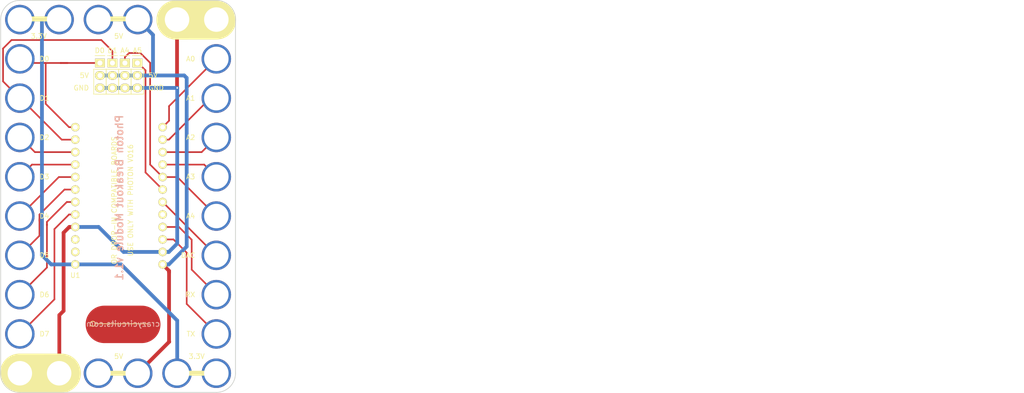
<source format=kicad_pcb>
(kicad_pcb (version 4) (host pcbnew 4.0.7-e2-6376~58~ubuntu16.04.1)

  (general
    (links 41)
    (no_connects 0)
    (area 54.705863 27.605999 263.164559 108.929)
    (thickness 1.6)
    (drawings 20)
    (tracks 132)
    (zones 0)
    (modules 6)
    (nets 21)
  )

  (page USLetter)
  (title_block
    (title "6x10 Photon Breakout Module")
    (date "15 Jul 2018")
    (rev "v1.1")
    (company "All rights reserved.")
    (comment 1 "help@browndoggadgets.com")
    (comment 2 "http://browndoggadgets.com/")
    (comment 3 "Brown Dog Gadgets")
  )

  (layers
    (0 F.Cu signal)
    (31 B.Cu signal)
    (34 B.Paste user)
    (35 F.Paste user)
    (36 B.SilkS user)
    (37 F.SilkS user)
    (38 B.Mask user)
    (39 F.Mask user)
    (40 Dwgs.User user)
    (44 Edge.Cuts user)
    (46 B.CrtYd user)
    (47 F.CrtYd user)
    (48 B.Fab user hide)
    (49 F.Fab user hide)
  )

  (setup
    (last_trace_width 0.3302)
    (user_trace_width 0.1524)
    (user_trace_width 0.254)
    (user_trace_width 0.3302)
    (user_trace_width 0.508)
    (user_trace_width 0.762)
    (user_trace_width 1.27)
    (trace_clearance 0.254)
    (zone_clearance 0.508)
    (zone_45_only no)
    (trace_min 0.1524)
    (segment_width 0.1524)
    (edge_width 0.1524)
    (via_size 0.6858)
    (via_drill 0.3302)
    (via_min_size 0.6858)
    (via_min_drill 0.3302)
    (user_via 0.6858 0.3302)
    (user_via 0.762 0.4064)
    (user_via 0.8636 0.508)
    (uvia_size 0.6858)
    (uvia_drill 0.3302)
    (uvias_allowed no)
    (uvia_min_size 0)
    (uvia_min_drill 0)
    (pcb_text_width 0.1524)
    (pcb_text_size 1.016 1.016)
    (mod_edge_width 0.1524)
    (mod_text_size 1.016 1.016)
    (mod_text_width 0.1524)
    (pad_size 1.7272 1.7272)
    (pad_drill 1.016)
    (pad_to_mask_clearance 0.0762)
    (solder_mask_min_width 0.1016)
    (pad_to_paste_clearance -0.0762)
    (aux_axis_origin 0 0)
    (visible_elements FFFEDF7D)
    (pcbplotparams
      (layerselection 0x310fc_80000001)
      (usegerberextensions true)
      (excludeedgelayer true)
      (linewidth 0.100000)
      (plotframeref false)
      (viasonmask false)
      (mode 1)
      (useauxorigin false)
      (hpglpennumber 1)
      (hpglpenspeed 20)
      (hpglpendiameter 15)
      (hpglpenoverlay 2)
      (psnegative false)
      (psa4output false)
      (plotreference true)
      (plotvalue true)
      (plotinvisibletext false)
      (padsonsilk false)
      (subtractmaskfromsilk false)
      (outputformat 1)
      (mirror false)
      (drillshape 0)
      (scaleselection 1)
      (outputdirectory gerbers))
  )

  (net 0 "")
  (net 1 5V)
  (net 2 3.3V)
  (net 3 GND)
  (net 4 /A4)
  (net 5 /D1)
  (net 6 /D0)
  (net 7 /A5)
  (net 8 /A3)
  (net 9 /A2)
  (net 10 /A1)
  (net 11 /A0)
  (net 12 /DAC)
  (net 13 /TX)
  (net 14 /RX)
  (net 15 /D2)
  (net 16 /D3)
  (net 17 /D4)
  (net 18 /D5)
  (net 19 /D6)
  (net 20 /D7)

  (net_class Default "This is the default net class."
    (clearance 0.254)
    (trace_width 0.254)
    (via_dia 0.6858)
    (via_drill 0.3302)
    (uvia_dia 0.6858)
    (uvia_drill 0.3302)
    (add_net /A0)
    (add_net /A1)
    (add_net /A2)
    (add_net /A3)
    (add_net /A4)
    (add_net /A5)
    (add_net /D0)
    (add_net /D1)
    (add_net /D2)
    (add_net /D3)
    (add_net /D4)
    (add_net /D5)
    (add_net /D6)
    (add_net /D7)
    (add_net /DAC)
    (add_net /RX)
    (add_net /TX)
    (add_net 3.3V)
    (add_net 5V)
    (add_net GND)
  )

  (module Crazy_Circuits:PHOTON-V016-6x10 (layer F.Cu) (tedit 5B604275) (tstamp 5B4C45D2)
    (at 58.999 103.8)
    (descr "8-lead dip package, row spacing 7.62 mm (300 mils)")
    (tags "dil dip 2.54 300")
    (path /5B4C1D29)
    (fp_text reference U1 (at 3.87 3.93) (layer F.SilkS) hide
      (effects (font (size 1 1) (thickness 0.15)))
    )
    (fp_text value PARTICLE-PHOTON-V016 (at 12 4) (layer F.Fab) hide
      (effects (font (size 1 1) (thickness 0.15)))
    )
    (fp_text user USB (at 19.993 -16.764) (layer F.Fab)
      (effects (font (size 1 1) (thickness 0.15)))
    )
    (fp_line (start -0.2 -72.136) (end 8.436 -72.136) (layer F.SilkS) (width 1))
    (fp_line (start -0.039136 -0.007894) (end 8.436 0) (layer F.SilkS) (width 8))
    (fp_text user "OR DROP-IN COMPATIBLE BOARDS" (at 19.228238 -35.202146 270) (layer F.SilkS)
      (effects (font (size 1 1) (thickness 0.15)))
    )
    (fp_text user "USE ONLY WITH PHOTON V016" (at 22.530238 -35.202146 270) (layer F.SilkS)
      (effects (font (size 1 1) (thickness 0.15)))
    )
    (fp_text user "Photon V016" (at 16.777238 -35.514146 270) (layer F.Fab)
      (effects (font (size 1 1) (thickness 0.15)))
    )
    (fp_text user A2 (at 34.763001 -48) (layer F.SilkS)
      (effects (font (size 1 1) (thickness 0.15)))
    )
    (fp_text user A3 (at 34.763001 -40) (layer F.SilkS)
      (effects (font (size 1 1) (thickness 0.15)))
    )
    (fp_text user A0 (at 34.763001 -64) (layer F.SilkS)
      (effects (font (size 1 1) (thickness 0.15)))
    )
    (fp_text user A1 (at 34.763001 -56) (layer F.SilkS)
      (effects (font (size 1 1) (thickness 0.15)))
    )
    (fp_line (start 0 3.9) (end 40 3.9) (layer Edge.Cuts) (width 0.04064))
    (fp_line (start 40 -75.9) (end 0 -75.9) (layer Edge.Cuts) (width 0.04064))
    (fp_line (start -3.9 -72.15) (end -3.9 0.05) (layer Edge.Cuts) (width 0.04064))
    (fp_line (start 43.9 0.05) (end 43.9 -72.2) (layer Edge.Cuts) (width 0.04064))
    (fp_arc (start 0 0) (end 0 3.9) (angle 89.9) (layer Edge.Cuts) (width 0.04064))
    (fp_arc (start 0 -72) (end -3.9 -72) (angle 90) (layer Edge.Cuts) (width 0.04064))
    (fp_arc (start 40 -72) (end 40 -75.9) (angle 89.9) (layer Edge.Cuts) (width 0.04064))
    (fp_arc (start 40 0) (end 43.9 0) (angle 90) (layer Edge.Cuts) (width 0.04064))
    (fp_line (start 0 3.9) (end 40 3.9) (layer F.Fab) (width 0.04064))
    (fp_line (start 40 -75.9) (end 0 -75.9) (layer F.Fab) (width 0.04064))
    (fp_line (start -3.9 -72) (end -3.9 0) (layer F.Fab) (width 0.04064))
    (fp_arc (start 0 0) (end 0 3.9) (angle 90) (layer F.Fab) (width 0.04064))
    (fp_arc (start 0 -72) (end -3.9 -72) (angle 90) (layer F.Fab) (width 0.04064))
    (fp_line (start 43.9 0) (end 43.9 -72) (layer F.Fab) (width 0.04064))
    (fp_arc (start 40 -72) (end 40 -75.9) (angle 89.9) (layer F.Fab) (width 0.04064))
    (fp_arc (start 40 0) (end 43.9 0) (angle 90) (layer F.Fab) (width 0.04064))
    (fp_text user A4 (at 34.763001 -32) (layer F.SilkS)
      (effects (font (size 1 1) (thickness 0.15)))
    )
    (fp_text user DAC (at 34.239191 -24) (layer F.SilkS)
      (effects (font (size 1 1) (thickness 0.15)))
    )
    (fp_text user RX (at 34.691572 -16) (layer F.SilkS)
      (effects (font (size 1 1) (thickness 0.15)))
    )
    (fp_text user 3.3V (at 35.995 -3.429) (layer F.SilkS)
      (effects (font (size 1 1) (thickness 0.15)))
    )
    (fp_text user D3 (at 5.003683 -40) (layer F.SilkS)
      (effects (font (size 1 1) (thickness 0.15)))
    )
    (fp_text user D4 (at 5.003683 -32) (layer F.SilkS)
      (effects (font (size 1 1) (thickness 0.15)))
    )
    (fp_text user D5 (at 5.003683 -24) (layer F.SilkS)
      (effects (font (size 1 1) (thickness 0.15)))
    )
    (fp_text user D6 (at 5.003683 -16) (layer F.SilkS)
      (effects (font (size 1 1) (thickness 0.15)))
    )
    (fp_text user D2 (at 5.003683 -48) (layer F.SilkS)
      (effects (font (size 1 1) (thickness 0.15)))
    )
    (fp_text user D0 (at 5.003683 -64) (layer F.SilkS)
      (effects (font (size 1 1) (thickness 0.15)))
    )
    (fp_text user D1 (at 5.003683 -56) (layer F.SilkS)
      (effects (font (size 1 1) (thickness 0.15)))
    )
    (fp_text user %R (at 20.374 -14.351) (layer F.SilkS) hide
      (effects (font (size 1 1) (thickness 0.15)))
    )
    (fp_text user D7 (at 5.003683 -8) (layer F.SilkS)
      (effects (font (size 1 1) (thickness 0.15)))
    )
    (fp_text user 5V (at 20.12 -68.621) (layer F.SilkS)
      (effects (font (size 1 1) (thickness 0.15)))
    )
    (fp_text user TX (at 34.81062 -8) (layer F.SilkS)
      (effects (font (size 1 1) (thickness 0.15)))
    )
    (fp_line (start 30.788 0) (end 39.424 0) (layer F.SilkS) (width 1))
    (fp_line (start 31.8 -71.927894) (end 40.024 -71.94) (layer F.SilkS) (width 8))
    (fp_line (start 30.337238 -54.414146) (end 10.017238 -54.414146) (layer F.Fab) (width 0.127))
    (fp_line (start 14.894038 -15.933146) (end 25.460438 -15.933146) (layer F.Fab) (width 0.127))
    (fp_line (start 25.460438 -17.838146) (end 25.460438 -15.933146) (layer F.Fab) (width 0.127))
    (fp_line (start 14.894038 -17.838146) (end 10.017238 -17.838146) (layer F.Fab) (width 0.127))
    (fp_line (start 30.337238 -54.414146) (end 30.337238 -17.838146) (layer F.Fab) (width 0.127))
    (fp_text user %R (at 11.287238 -19.937 180) (layer F.SilkS)
      (effects (font (size 1 1) (thickness 0.15)))
    )
    (fp_line (start 10.017238 -54.414146) (end 10.017238 -17.838146) (layer F.Fab) (width 0.127))
    (fp_line (start 25.460438 -17.838146) (end 30.337238 -17.838146) (layer F.Fab) (width 0.127))
    (fp_line (start 14.894038 -17.838146) (end 14.894038 -15.933146) (layer F.Fab) (width 0.127))
    (fp_line (start 16.056 -72.136) (end 24.692 -72.136) (layer F.SilkS) (width 1))
    (fp_text user 3.3V (at 3.864 -68.621) (layer F.SilkS)
      (effects (font (size 1 1) (thickness 0.15)))
    )
    (fp_line (start 15.04 0) (end 23.676 0) (layer F.SilkS) (width 1))
    (fp_text user 5V (at 20.12 -3.429) (layer F.SilkS)
      (effects (font (size 1 1) (thickness 0.15)))
    )
    (pad A4 thru_hole circle (at 40 -32 90) (size 6 6) (drill 4.98) (layers *.Cu *.Mask)
      (net 4 /A4))
    (pad DAC thru_hole circle (at 40.001 -24 90) (size 6 6) (drill 4.98) (layers *.Cu *.Mask)
      (net 12 /DAC))
    (pad TX thru_hole circle (at 40.001 -8 90) (size 6 6) (drill 4.98) (layers *.Cu *.Mask)
      (net 13 /TX))
    (pad A3 thru_hole circle (at 40.001 -40 90) (size 6 6) (drill 4.98) (layers *.Cu *.Mask)
      (net 8 /A3))
    (pad RX thru_hole circle (at 40.001 -16 90) (size 6 6) (drill 4.98) (layers *.Cu *.Mask)
      (net 14 /RX))
    (pad A2 thru_hole circle (at 40 -48 90) (size 6 6) (drill 4.98) (layers *.Cu *.Mask)
      (net 9 /A2))
    (pad A1 thru_hole circle (at 40 -56 90) (size 6 6) (drill 4.98) (layers *.Cu *.Mask)
      (net 10 /A1))
    (pad GND thru_hole circle (at 0.001 0 90) (size 6 6) (drill 4.98) (layers *.Cu *.Mask)
      (net 3 GND))
    (pad GND thru_hole circle (at 8 0 90) (size 6 6) (drill 4.98) (layers *.Cu *.Mask)
      (net 3 GND))
    (pad 5V thru_hole circle (at 16 0 90) (size 6 6) (drill 4.98) (layers *.Cu *.Mask)
      (net 1 5V))
    (pad 3V thru_hole circle (at 32 0 90) (size 6 6) (drill 4.98) (layers *.Cu *.Mask)
      (net 2 3.3V))
    (pad 5V thru_hole circle (at 16 -72 90) (size 6 6) (drill 4.98) (layers *.Cu *.Mask)
      (net 1 5V))
    (pad 5V thru_hole circle (at 24 -72 90) (size 6 6) (drill 4.98) (layers *.Cu *.Mask)
      (net 1 5V))
    (pad 3V thru_hole circle (at 0.001 -72 90) (size 6 6) (drill 4.98) (layers *.Cu *.Mask)
      (net 2 3.3V))
    (pad 3V thru_hole circle (at 8 -72 90) (size 6 6) (drill 4.98) (layers *.Cu *.Mask)
      (net 2 3.3V))
    (pad GND thru_hole circle (at 40 -72 90) (size 6 6) (drill 4.98) (layers *.Cu *.Mask)
      (net 3 GND))
    (pad D1 thru_hole circle (at 0 -56 90) (size 6 6) (drill 4.98) (layers *.Cu *.Mask)
      (net 5 /D1))
    (pad D2 thru_hole circle (at 0 -48 90) (size 6 6) (drill 4.98) (layers *.Cu *.Mask)
      (net 15 /D2))
    (pad D3 thru_hole circle (at 0 -40 90) (size 6 6) (drill 4.98) (layers *.Cu *.Mask)
      (net 16 /D3))
    (pad D4 thru_hole circle (at 0 -32 90) (size 6 6) (drill 4.98) (layers *.Cu *.Mask)
      (net 17 /D4))
    (pad D5 thru_hole circle (at 0 -24 90) (size 6 6) (drill 4.98) (layers *.Cu *.Mask)
      (net 18 /D5))
    (pad D6 thru_hole circle (at 0 -16 90) (size 6 6) (drill 4.98) (layers *.Cu *.Mask)
      (net 19 /D6))
    (pad D7 thru_hole circle (at 0 -8 90) (size 6 6) (drill 4.98) (layers *.Cu *.Mask)
      (net 20 /D7))
    (pad 3V thru_hole circle (at 40 0 90) (size 6 6) (drill 4.98) (layers *.Cu *.Mask)
      (net 2 3.3V))
    (pad A0 thru_hole circle (at 40 -64 90) (size 6 6) (drill 4.98) (layers *.Cu *.Mask)
      (net 11 /A0))
    (pad D0 thru_hole circle (at 0 -64 90) (size 6 6) (drill 4.98) (layers *.Cu *.Mask)
      (net 6 /D0))
    (pad 5V thru_hole circle (at 24 0 90) (size 6 6) (drill 4.98) (layers *.Cu *.Mask)
      (net 1 5V))
    (pad GND thru_hole circle (at 32 -72 90) (size 6 6) (drill 4.98) (layers *.Cu *.Mask)
      (net 3 GND))
    (pad VIN thru_hole circle (at 29.067238 -22.156146 180) (size 1.7272 1.7272) (drill 1.016) (layers *.Cu *.Mask F.SilkS)
      (net 1 5V))
    (pad GND thru_hole circle (at 29.067238 -24.696146 180) (size 1.7272 1.7272) (drill 1.016) (layers *.Cu *.Mask F.SilkS)
      (net 3 GND))
    (pad TX thru_hole circle (at 29.067238 -27.236146 180) (size 1.7272 1.7272) (drill 1.016) (layers *.Cu *.Mask F.SilkS)
      (net 13 /TX))
    (pad RX thru_hole circle (at 29.067238 -29.776146 180) (size 1.7272 1.7272) (drill 1.016) (layers *.Cu *.Mask F.SilkS)
      (net 14 /RX))
    (pad WKP thru_hole circle (at 29.067238 -32.316146 180) (size 1.7272 1.7272) (drill 1.016) (layers *.Cu *.Mask F.SilkS))
    (pad DAC thru_hole circle (at 29.067238 -34.856146 180) (size 1.7272 1.7272) (drill 1.016) (layers *.Cu *.Mask F.SilkS)
      (net 12 /DAC))
    (pad A5 thru_hole circle (at 29.067238 -37.396146 180) (size 1.7272 1.7272) (drill 1.016) (layers *.Cu *.Mask F.SilkS)
      (net 7 /A5))
    (pad A4 thru_hole circle (at 29.067238 -39.936146 180) (size 1.7272 1.7272) (drill 1.016) (layers *.Cu *.Mask F.SilkS)
      (net 4 /A4))
    (pad A3 thru_hole circle (at 29.067238 -42.476146 180) (size 1.7272 1.7272) (drill 1.016) (layers *.Cu *.Mask F.SilkS)
      (net 8 /A3))
    (pad A2 thru_hole circle (at 29.067238 -45.016146 180) (size 1.7272 1.7272) (drill 1.016) (layers *.Cu *.Mask F.SilkS)
      (net 9 /A2))
    (pad A1 thru_hole circle (at 29.067238 -47.556146 180) (size 1.7272 1.7272) (drill 1.016) (layers *.Cu *.Mask F.SilkS)
      (net 10 /A1))
    (pad A0 thru_hole circle (at 29.067238 -50.096146 180) (size 1.7272 1.7272) (drill 1.016) (layers *.Cu *.Mask F.SilkS)
      (net 11 /A0))
    (pad D1 thru_hole circle (at 11.287238 -47.556146 180) (size 1.7272 1.7272) (drill 1.016) (layers *.Cu *.Mask F.SilkS)
      (net 5 /D1))
    (pad VBAT thru_hole circle (at 11.287238 -27.236146 180) (size 1.7272 1.7272) (drill 1.016) (layers *.Cu *.Mask F.SilkS))
    (pad D3 thru_hole circle (at 11.287238 -42.476146 180) (size 1.7272 1.7272) (drill 1.016) (layers *.Cu *.Mask F.SilkS)
      (net 16 /D3))
    (pad D2 thru_hole circle (at 11.287238 -45.016146 180) (size 1.7272 1.7272) (drill 1.016) (layers *.Cu *.Mask F.SilkS)
      (net 15 /D2))
    (pad RST thru_hole circle (at 11.287238 -24.696146 180) (size 1.7272 1.7272) (drill 1.016) (layers *.Cu *.Mask F.SilkS))
    (pad D7 thru_hole circle (at 11.287238 -32.316146 180) (size 1.7272 1.7272) (drill 1.016) (layers *.Cu *.Mask F.SilkS)
      (net 20 /D7))
    (pad 3V thru_hole circle (at 11.287238 -22.156146 180) (size 1.7272 1.7272) (drill 1.016) (layers *.Cu *.Mask F.SilkS)
      (net 2 3.3V))
    (pad D6 thru_hole circle (at 11.287238 -34.856146 180) (size 1.7272 1.7272) (drill 1.016) (layers *.Cu *.Mask F.SilkS)
      (net 19 /D6))
    (pad D5 thru_hole circle (at 11.287238 -37.396146 180) (size 1.7272 1.7272) (drill 1.016) (layers *.Cu *.Mask F.SilkS)
      (net 18 /D5))
    (pad D4 thru_hole circle (at 11.287238 -39.936146 180) (size 1.7272 1.7272) (drill 1.016) (layers *.Cu *.Mask F.SilkS)
      (net 17 /D4))
    (pad GND thru_hole circle (at 11.287238 -29.776146 180) (size 1.7272 1.7272) (drill 1.016) (layers *.Cu *.Mask F.SilkS)
      (net 3 GND))
    (pad D0 thru_hole circle (at 11.287238 -50.096146 180) (size 1.7272 1.7272) (drill 1.016) (layers *.Cu *.Mask F.SilkS)
      (net 6 /D0))
  )

  (module Crazy_NonLego:CONN-HEADER-STRAIGHT-P2.54MM-1x03 (layer F.Cu) (tedit 5B4C1F19) (tstamp 5B4D2471)
    (at 82.931 40.64)
    (descr "Through hole pin header")
    (tags "pin header")
    (path /5B4C1DC1)
    (fp_text reference J4 (at 0.25 3) (layer F.Fab)
      (effects (font (size 1 1) (thickness 0.15)))
    )
    (fp_text value Breakout (at -3 3 90) (layer F.Fab) hide
      (effects (font (size 1 1) (thickness 0.15)))
    )
    (fp_line (start 1.25 6.9) (end -1.25 6.9) (layer F.Fab) (width 0.0508))
    (fp_line (start 1.25 -1.75) (end 1.25 6.9) (layer F.Fab) (width 0.0508))
    (fp_line (start -1.25 -1.75) (end -1.25 6.9) (layer F.Fab) (width 0.0508))
    (fp_line (start 1.25 -1.75) (end -1.25 -1.75) (layer F.Fab) (width 0.0508))
    (fp_text user %R (at 0 -2.75) (layer F.SilkS) hide
      (effects (font (size 1 1) (thickness 0.15)))
    )
    (fp_line (start -1.25 -1.75) (end -1.25 6.85) (layer F.CrtYd) (width 0.05))
    (fp_line (start 1.25 -1.75) (end 1.25 6.85) (layer F.CrtYd) (width 0.05))
    (fp_line (start -1.25 -1.75) (end 1.25 -1.75) (layer F.CrtYd) (width 0.05))
    (fp_line (start -1.25 6.85) (end 1.25 6.85) (layer F.CrtYd) (width 0.05))
    (fp_line (start -1.27 1.27) (end -1.27 6.35) (layer F.SilkS) (width 0.15))
    (fp_line (start -1.27 6.35) (end 1.27 6.35) (layer F.SilkS) (width 0.15))
    (fp_line (start 1.27 6.35) (end 1.27 1.27) (layer F.SilkS) (width 0.15))
    (fp_line (start 1.27 1.27) (end -1.27 1.27) (layer F.SilkS) (width 0.15))
    (fp_line (start -1 -1.5) (end 1 -1.5) (layer F.SilkS) (width 0.15))
    (pad A5 thru_hole rect (at 0 0) (size 2.032 1.7272) (drill 1.016) (layers *.Cu *.Mask F.SilkS)
      (net 7 /A5))
    (pad VIN thru_hole oval (at 0 2.54) (size 2.032 1.7272) (drill 1.016) (layers *.Cu *.Mask F.SilkS)
      (net 1 5V))
    (pad GND thru_hole oval (at 0 5.08) (size 2.032 1.7272) (drill 1.016) (layers *.Cu *.Mask F.SilkS)
      (net 3 GND))
  )

  (module Crazy_NonLego:CONN-HEADER-STRAIGHT-P2.54MM-1x03 (layer F.Cu) (tedit 5B4C1F14) (tstamp 5B4D245D)
    (at 80.391 40.64)
    (descr "Through hole pin header")
    (tags "pin header")
    (fp_text reference J3 (at 0.25 3) (layer F.Fab)
      (effects (font (size 1 1) (thickness 0.15)))
    )
    (fp_text value PWM (at -3 3 90) (layer F.Fab) hide
      (effects (font (size 1 1) (thickness 0.15)))
    )
    (fp_line (start 1.25 6.9) (end -1.25 6.9) (layer F.Fab) (width 0.0508))
    (fp_line (start 1.25 -1.75) (end 1.25 6.9) (layer F.Fab) (width 0.0508))
    (fp_line (start -1.25 -1.75) (end -1.25 6.9) (layer F.Fab) (width 0.0508))
    (fp_line (start 1.25 -1.75) (end -1.25 -1.75) (layer F.Fab) (width 0.0508))
    (fp_text user %R (at 0 -2.75) (layer F.SilkS) hide
      (effects (font (size 1 1) (thickness 0.15)))
    )
    (fp_line (start -1.25 -1.75) (end -1.25 6.85) (layer F.CrtYd) (width 0.05))
    (fp_line (start 1.25 -1.75) (end 1.25 6.85) (layer F.CrtYd) (width 0.05))
    (fp_line (start -1.25 -1.75) (end 1.25 -1.75) (layer F.CrtYd) (width 0.05))
    (fp_line (start -1.25 6.85) (end 1.25 6.85) (layer F.CrtYd) (width 0.05))
    (fp_line (start -1.27 1.27) (end -1.27 6.35) (layer F.SilkS) (width 0.15))
    (fp_line (start -1.27 6.35) (end 1.27 6.35) (layer F.SilkS) (width 0.15))
    (fp_line (start 1.27 6.35) (end 1.27 1.27) (layer F.SilkS) (width 0.15))
    (fp_line (start 1.27 1.27) (end -1.27 1.27) (layer F.SilkS) (width 0.15))
    (fp_line (start -1 -1.5) (end 1 -1.5) (layer F.SilkS) (width 0.15))
    (pad A4 thru_hole rect (at 0 0) (size 2.032 1.7272) (drill 1.016) (layers *.Cu *.Mask F.SilkS)
      (net 4 /A4))
    (pad VIN thru_hole oval (at 0 2.54) (size 2.032 1.7272) (drill 1.016) (layers *.Cu *.Mask F.SilkS)
      (net 1 5V))
    (pad GND thru_hole oval (at 0 5.08) (size 2.032 1.7272) (drill 1.016) (layers *.Cu *.Mask F.SilkS)
      (net 3 GND))
  )

  (module Crazy_NonLego:CONN-HEADER-STRAIGHT-P2.54MM-1x03 (layer F.Cu) (tedit 5B4C1F0E) (tstamp 5B4D2449)
    (at 77.851 40.64)
    (descr "Through hole pin header")
    (tags "pin header")
    (fp_text reference J2 (at 0.25 3) (layer F.Fab)
      (effects (font (size 1 1) (thickness 0.15)))
    )
    (fp_text value PWM (at -3 3 90) (layer F.Fab) hide
      (effects (font (size 1 1) (thickness 0.15)))
    )
    (fp_line (start 1.25 6.9) (end -1.25 6.9) (layer F.Fab) (width 0.0508))
    (fp_line (start 1.25 -1.75) (end 1.25 6.9) (layer F.Fab) (width 0.0508))
    (fp_line (start -1.25 -1.75) (end -1.25 6.9) (layer F.Fab) (width 0.0508))
    (fp_line (start 1.25 -1.75) (end -1.25 -1.75) (layer F.Fab) (width 0.0508))
    (fp_text user %R (at 0 -2.75) (layer F.SilkS) hide
      (effects (font (size 1 1) (thickness 0.15)))
    )
    (fp_line (start -1.25 -1.75) (end -1.25 6.85) (layer F.CrtYd) (width 0.05))
    (fp_line (start 1.25 -1.75) (end 1.25 6.85) (layer F.CrtYd) (width 0.05))
    (fp_line (start -1.25 -1.75) (end 1.25 -1.75) (layer F.CrtYd) (width 0.05))
    (fp_line (start -1.25 6.85) (end 1.25 6.85) (layer F.CrtYd) (width 0.05))
    (fp_line (start -1.27 1.27) (end -1.27 6.35) (layer F.SilkS) (width 0.15))
    (fp_line (start -1.27 6.35) (end 1.27 6.35) (layer F.SilkS) (width 0.15))
    (fp_line (start 1.27 6.35) (end 1.27 1.27) (layer F.SilkS) (width 0.15))
    (fp_line (start 1.27 1.27) (end -1.27 1.27) (layer F.SilkS) (width 0.15))
    (fp_line (start -1 -1.5) (end 1 -1.5) (layer F.SilkS) (width 0.15))
    (pad D1 thru_hole rect (at 0 0) (size 2.032 1.7272) (drill 1.016) (layers *.Cu *.Mask F.SilkS)
      (net 5 /D1))
    (pad VIN thru_hole oval (at 0 2.54) (size 2.032 1.7272) (drill 1.016) (layers *.Cu *.Mask F.SilkS)
      (net 1 5V))
    (pad GND thru_hole oval (at 0 5.08) (size 2.032 1.7272) (drill 1.016) (layers *.Cu *.Mask F.SilkS)
      (net 3 GND))
  )

  (module Crazy_Circuits:LOGO-CRAZY-1x2 (layer F.Cu) (tedit 58FE5DC6) (tstamp 5B4C87F4)
    (at 80.01 97.79)
    (descr LOGO)
    (tags LOGO)
    (fp_text reference LOGO (at 0 -3.52806) (layer F.Fab)
      (effects (font (size 1 1) (thickness 0.15)))
    )
    (fp_text value "BROWN DOG" (at -0.381 -10.414) (layer B.SilkS) hide
      (effects (font (size 1.27 1.27) (thickness 0.254)) (justify mirror))
    )
    (fp_text user crazycircuits.com (at 0 -4.064) (layer B.SilkS)
      (effects (font (size 1.143 1.143) (thickness 0.1778)) (justify mirror))
    )
    (fp_line (start 6.096 -5.2705) (end 4.953 -4.318) (layer F.Mask) (width 0.1524))
    (fp_line (start 4.7625 -4.318) (end 6.096 -5.2705) (layer F.Mask) (width 0.1524))
    (fp_line (start 5.715 -5.1435) (end 4.7625 -4.318) (layer F.Mask) (width 0.1524))
    (fp_line (start 4.6355 -4.3815) (end 5.715 -5.1435) (layer F.Mask) (width 0.1524))
    (fp_line (start 5.5245 -5.08) (end 4.6355 -4.3815) (layer F.Mask) (width 0.1524))
    (fp_line (start 4.3815 -4.318) (end 5.5245 -5.08) (layer F.Mask) (width 0.1524))
    (fp_line (start 5.207 -4.953) (end 4.3815 -4.318) (layer F.Mask) (width 0.1524))
    (fp_line (start 4.2545 -4.3815) (end 5.207 -4.953) (layer F.Mask) (width 0.1524))
    (fp_line (start 5.0165 -4.953) (end 4.2545 -4.3815) (layer F.Mask) (width 0.1524))
    (fp_line (start 4.2545 -4.5085) (end 5.0165 -4.953) (layer F.Mask) (width 0.1524))
    (fp_line (start 4.7625 -4.953) (end 4.2545 -4.5085) (layer F.Mask) (width 0.1524))
    (fp_line (start 4.191 -4.6355) (end 4.7625 -4.953) (layer F.Mask) (width 0.1524))
    (fp_line (start 4.7625 -5.1435) (end 4.191 -4.6355) (layer F.Mask) (width 0.1524))
    (fp_line (start 4.7625 -5.2705) (end 4.1275 -4.7625) (layer F.Mask) (width 0.1524))
    (fp_line (start 4.8895 -5.461) (end 4.064 -4.8895) (layer F.Mask) (width 0.1524))
    (fp_line (start 4.8895 -5.588) (end 4.064 -5.0165) (layer F.Mask) (width 0.1524))
    (fp_line (start 3.048 -4.3815) (end 2.413 -5.2705) (layer F.Mask) (width 0.254))
    (fp_line (start 4.953 -4.2545) (end 2.9845 -4.2545) (layer F.Mask) (width 0.1524))
    (fp_line (start 6.5405 -5.3975) (end 4.953 -4.2545) (layer F.Mask) (width 0.1524))
    (fp_line (start 4.7625 -4.953) (end 6.5405 -5.3975) (layer F.Mask) (width 0.1524))
    (fp_line (start 5.08 -5.842) (end 4.7625 -4.953) (layer F.Mask) (width 0.1524))
    (fp_line (start 4.0005 -5.1435) (end 5.08 -5.842) (layer F.Mask) (width 0.1524))
    (fp_line (start 3.175 -6.604) (end 4.0005 -5.08) (layer F.Mask) (width 0.1524))
    (fp_line (start 3.2385 -5.207) (end 3.175 -6.604) (layer F.Mask) (width 0.1524))
    (fp_line (start 2.159 -5.461) (end 3.2385 -5.207) (layer F.Mask) (width 0.1524))
    (fp_line (start 2.9845 -4.2545) (end 2.159 -5.461) (layer F.Mask) (width 0.1524))
    (fp_line (start -5.588 -4.064) (end 5.08 -4.064) (layer F.SilkS) (width 0.1524))
    (fp_circle (center -6.1595 -4.064) (end -5.82208 -3.683) (layer F.SilkS) (width 0.1524))
    (fp_text user CRAZY (at -2.032 -5.588) (layer F.SilkS) hide
      (effects (font (thickness 0.381)))
    )
    (fp_line (start 3.9 -7.8) (end -3.9 -7.8) (layer F.Fab) (width 0.04064))
    (fp_line (start 3.9 0) (end -3.9 0) (layer F.Fab) (width 0.04064))
    (fp_arc (start 3.9 -3.9) (end 3.9 -7.8) (angle 90) (layer F.Fab) (width 0.04064))
    (fp_arc (start 3.9 -3.9) (end 7.8 -3.9) (angle 90) (layer F.Fab) (width 0.04064))
    (fp_arc (start -3.9 -3.9) (end -3.9 0) (angle 90) (layer F.Fab) (width 0.04064))
    (fp_arc (start -3.9 -3.9) (end -7.8 -3.9) (angle 90) (layer F.Fab) (width 0.04064))
    (fp_text user CIRCUITS (at 0.254 -2.286) (layer F.SilkS) hide
      (effects (font (thickness 0.381)))
    )
    (fp_line (start 3.2385 -4.3815) (end 2.6035 -5.2705) (layer F.Mask) (width 0.254))
    (fp_line (start 3.429 -4.3815) (end 2.8575 -5.207) (layer F.Mask) (width 0.254))
    (fp_line (start 3.556 -4.3815) (end 3.1115 -5.1435) (layer F.Mask) (width 0.254))
    (fp_line (start 3.81 -4.3815) (end 3.3655 -5.207) (layer F.Mask) (width 0.254))
    (fp_line (start 4.0005 -4.3815) (end 3.429 -5.461) (layer F.Mask) (width 0.254))
    (fp_line (start 4.191 -4.3815) (end 3.302 -6.096) (layer F.Mask) (width 0.254))
    (fp_line (start 3.3655 -5.3975) (end 3.302 -6.223) (layer F.Mask) (width 0.254))
    (pad BG smd oval (at 0 -3.937) (size 15.24 7.62) (layers F.Cu))
  )

  (module Crazy_NonLego:CONN-HEADER-STRAIGHT-P2.54MM-1x03 (layer F.Cu) (tedit 5B4C1891) (tstamp 5B4CEFDA)
    (at 75.311 40.64)
    (descr "Through hole pin header")
    (tags "pin header")
    (fp_text reference J1 (at 0.25 3 180) (layer F.Fab)
      (effects (font (size 1 1) (thickness 0.15)))
    )
    (fp_text value PWM (at -3 3 90) (layer F.Fab) hide
      (effects (font (size 1 1) (thickness 0.15)))
    )
    (fp_line (start 1.25 6.9) (end -1.25 6.9) (layer F.Fab) (width 0.0508))
    (fp_line (start 1.25 -1.75) (end 1.25 6.9) (layer F.Fab) (width 0.0508))
    (fp_line (start -1.25 -1.75) (end -1.25 6.9) (layer F.Fab) (width 0.0508))
    (fp_line (start 1.25 -1.75) (end -1.25 -1.75) (layer F.Fab) (width 0.0508))
    (fp_text user %R (at 0 -2.75) (layer F.SilkS) hide
      (effects (font (size 1 1) (thickness 0.15)))
    )
    (fp_line (start -1.25 -1.75) (end -1.25 6.85) (layer F.CrtYd) (width 0.05))
    (fp_line (start 1.25 -1.75) (end 1.25 6.85) (layer F.CrtYd) (width 0.05))
    (fp_line (start -1.25 -1.75) (end 1.25 -1.75) (layer F.CrtYd) (width 0.05))
    (fp_line (start -1.25 6.85) (end 1.25 6.85) (layer F.CrtYd) (width 0.05))
    (fp_line (start -1.27 1.27) (end -1.27 6.35) (layer F.SilkS) (width 0.15))
    (fp_line (start -1.27 6.35) (end 1.27 6.35) (layer F.SilkS) (width 0.15))
    (fp_line (start 1.27 6.35) (end 1.27 1.27) (layer F.SilkS) (width 0.15))
    (fp_line (start 1.27 1.27) (end -1.27 1.27) (layer F.SilkS) (width 0.15))
    (fp_line (start -1 -1.5) (end 1 -1.5) (layer F.SilkS) (width 0.15))
    (pad D0 thru_hole rect (at 0 0) (size 2.032 1.7272) (drill 1.016) (layers *.Cu *.Mask F.SilkS)
      (net 6 /D0))
    (pad VIN thru_hole oval (at 0 2.54) (size 2.032 1.7272) (drill 1.016) (layers *.Cu *.Mask F.SilkS)
      (net 1 5V))
    (pad GND thru_hole oval (at 0 5.08) (size 2.032 1.7272) (drill 1.016) (layers *.Cu *.Mask F.SilkS)
      (net 3 GND))
  )

  (gr_text 5V (at 86.112048 43.18) (layer F.SilkS) (tstamp 5B4CC6D9)
    (effects (font (size 1.016 1.016) (thickness 0.1524)))
  )
  (gr_text A5 (at 82.931 38.1) (layer F.SilkS) (tstamp 5B4CC6CC)
    (effects (font (size 1.016 1.016) (thickness 0.1524)))
  )
  (gr_text A4 (at 80.391 38.1) (layer F.SilkS) (tstamp 5B4CC6CB)
    (effects (font (size 1.016 1.016) (thickness 0.1524)))
  )
  (gr_text D1 (at 77.851 38.1) (layer F.SilkS) (tstamp 5B4CC6C9)
    (effects (font (size 1.016 1.016) (thickness 0.1524)))
  )
  (gr_arc (start 98.998994 31.793193) (end 98.998994 27.893193) (angle 90) (layer Edge.Cuts) (width 0.1524) (tstamp 5B4DD13D))
  (gr_arc (start 58.999 31.8) (end 55.099 31.8) (angle 90) (layer Edge.Cuts) (width 0.1524) (tstamp 5B4DD13C))
  (gr_arc (start 59 103.8) (end 59 107.7) (angle 90) (layer Edge.Cuts) (width 0.1524) (tstamp 5B4DD13B))
  (gr_arc (start 99 103.8) (end 102.9 103.8) (angle 90) (layer Edge.Cuts) (width 0.1524))
  (gr_line (start 55.1 103.8) (end 55.1 31.8) (layer Edge.Cuts) (width 0.1524))
  (gr_line (start 99 107.7) (end 59 107.7) (layer Edge.Cuts) (width 0.1524))
  (gr_line (start 102.9 31.8) (end 102.9 103.8) (layer Edge.Cuts) (width 0.1524))
  (gr_line (start 59 27.9) (end 99 27.9) (layer Edge.Cuts) (width 0.1524))
  (gr_text "Photon Breakout Module v1.1" (at 79.248 68.072 90) (layer B.SilkS)
    (effects (font (size 1.5 1.5) (thickness 0.3)) (justify mirror))
  )
  (gr_text CIRCUITS (at 80.01 95.25) (layer F.Mask) (tstamp 5B4D6050)
    (effects (font (size 1.5 1.5) (thickness 0.3)))
  )
  (gr_text CRAZY (at 77.724 92.456) (layer F.Mask)
    (effects (font (size 1.5 1.5) (thickness 0.3)))
  )
  (gr_text D0 (at 75.2602 38.1) (layer F.SilkS)
    (effects (font (size 1.016 1.016) (thickness 0.1524)))
  )
  (gr_text 5V (at 72.129953 43.18) (layer F.SilkS)
    (effects (font (size 1.016 1.016) (thickness 0.1524)))
  )
  (gr_text GND (at 71.501 45.72) (layer F.SilkS)
    (effects (font (size 1.016 1.016) (thickness 0.1524)))
  )
  (gr_text GND (at 86.741 45.72) (layer F.SilkS)
    (effects (font (size 1.016 1.016) (thickness 0.1524)))
  )
  (gr_text "FABRICATION NOTES\n\n1. THIS IS A 2 LAYER BOARD. \n2. EXTERNAL LAYERS SHALL HAVE 1 OZ COPPER.\n3. MATERIAL: FR4 AND 0.062 INCH +/- 10% THICK.\n4. BOARDS SHALL BE ROHS COMPLIANT. \n5. MANUFACTURE IN ACCORDANCE WITH IPC-6012 CLASS 2\n6. MASK: BOTH SIDES OF THE BOARD SHALL HAVE \n   SOLDER MASK (GREEN) OVER BARE COPPER. \n7. SILK: BOTH SIDES OF THE BOARD SHALL HAVE \n   WHITE SILKSCREEN. DO NOT PLACE SILK OVER BARE COPPER.\n8. FINISH: ENIG.\n9. MINIMUM TRACE WIDTH - 0.006 INCH.\n   MINIMUM SPACE - 0.006 INCH.\n   MINIMUM HOLE DIA - 0.013 INCH. \n10. MAX HOLE PLACEMENT TOLERANCE OF +/- 0.003 INCH.\n11. MAX HOLE DIAMETER TOLERANCE OF +/- 0.003 INCH AFTER PLATING." (at 120.3198 68.326) (layer Dwgs.User)
    (effects (font (size 2.54 2.54) (thickness 0.254)) (justify left))
  )

  (segment (start 89.374238 97.352238) (end 89.374238 83.2231) (width 0.762) (layer F.Cu) (net 1))
  (segment (start 89.374238 83.2231) (end 89.374238 82.951854) (width 0.762) (layer F.Cu) (net 1))
  (segment (start 89.374238 82.951854) (end 88.066238 81.643854) (width 0.762) (layer F.Cu) (net 1))
  (segment (start 88.066238 81.643854) (end 89.331238 81.643854) (width 0.762) (layer B.Cu) (net 1))
  (segment (start 89.331238 81.643854) (end 92.964 78.011092) (width 0.762) (layer B.Cu) (net 1))
  (segment (start 92.964 78.011092) (end 92.964 43.688) (width 0.762) (layer B.Cu) (net 1))
  (segment (start 92.964 43.688) (end 92.456 43.18) (width 0.762) (layer B.Cu) (net 1))
  (segment (start 92.456 43.18) (end 86.106 43.18) (width 0.762) (layer B.Cu) (net 1))
  (segment (start 82.931 43.18) (end 86.106 43.18) (width 0.762) (layer B.Cu) (net 1))
  (segment (start 85.998999 34.817999) (end 86.106 34.925) (width 0.762) (layer B.Cu) (net 1))
  (segment (start 86.106 34.925) (end 86.106 43.18) (width 0.762) (layer B.Cu) (net 1))
  (segment (start 82.999 31.8) (end 85.998999 34.799999) (width 0.762) (layer B.Cu) (net 1))
  (segment (start 85.998999 34.799999) (end 85.998999 34.817999) (width 0.762) (layer B.Cu) (net 1))
  (segment (start 83.4136 32.2146) (end 82.999 31.8) (width 0.762) (layer B.Cu) (net 1))
  (segment (start 82.931 43.18) (end 80.391 43.18) (width 0.762) (layer B.Cu) (net 1))
  (segment (start 77.851 43.18) (end 80.391 43.18) (width 0.762) (layer B.Cu) (net 1))
  (segment (start 75.311 43.18) (end 77.851 43.18) (width 0.762) (layer B.Cu) (net 1))
  (segment (start 89.408 97.386) (end 89.374238 97.352238) (width 0.762) (layer F.Cu) (net 1))
  (segment (start 83.037 103.757) (end 89.408 97.386) (width 0.762) (layer F.Cu) (net 1))
  (segment (start 75.037 103.757) (end 83.037 103.757) (width 0.762) (layer B.Cu) (net 1))
  (segment (start 79.248 31.78864) (end 79.27964 31.757) (width 0.762) (layer B.Cu) (net 1))
  (segment (start 75.037 31.757) (end 79.27964 31.757) (width 0.762) (layer B.Cu) (net 1))
  (segment (start 79.27964 31.757) (end 83.037 31.757) (width 0.762) (layer B.Cu) (net 1))
  (segment (start 70.286238 81.643854) (end 79.611854 81.643854) (width 0.762) (layer B.Cu) (net 2))
  (segment (start 79.611854 81.643854) (end 91.037 93.069) (width 0.762) (layer B.Cu) (net 2))
  (segment (start 91.037 93.069) (end 91.037 103.757) (width 0.762) (layer B.Cu) (net 2))
  (segment (start 91.037 103.757) (end 99.037 103.757) (width 0.762) (layer B.Cu) (net 2))
  (segment (start 63.5 31.757) (end 63.5 79.756) (width 0.762) (layer B.Cu) (net 2))
  (segment (start 63.5 79.756) (end 65.387854 81.643854) (width 0.762) (layer B.Cu) (net 2))
  (segment (start 65.387854 81.643854) (end 70.286238 81.643854) (width 0.762) (layer B.Cu) (net 2))
  (segment (start 63.28064 31.757) (end 63.5 31.757) (width 0.762) (layer B.Cu) (net 2))
  (segment (start 63.5 31.757) (end 67.037 31.757) (width 0.762) (layer B.Cu) (net 2))
  (segment (start 59.038 31.757) (end 63.28064 31.757) (width 0.762) (layer B.Cu) (net 2))
  (segment (start 88.066238 79.103854) (end 89.331238 79.103854) (width 0.762) (layer B.Cu) (net 3))
  (segment (start 89.331238 79.103854) (end 91.037 77.398092) (width 0.762) (layer B.Cu) (net 3))
  (segment (start 91.037 77.398092) (end 91.037 45.72) (width 0.762) (layer B.Cu) (net 3))
  (segment (start 70.286238 74.023854) (end 75.039854 74.023854) (width 0.762) (layer B.Cu) (net 3))
  (segment (start 75.039854 74.023854) (end 80.119854 79.103854) (width 0.762) (layer B.Cu) (net 3))
  (segment (start 80.119854 79.103854) (end 88.066238 79.103854) (width 0.762) (layer B.Cu) (net 3))
  (segment (start 67.9069 91.0971) (end 67.037 91.967) (width 0.762) (layer F.Cu) (net 3))
  (segment (start 70.286238 74.023854) (end 69.064924 74.023854) (width 0.762) (layer F.Cu) (net 3))
  (segment (start 69.064924 74.023854) (end 67.9069 75.181878) (width 0.762) (layer F.Cu) (net 3))
  (segment (start 67.9069 75.181878) (end 67.9069 91.0971) (width 0.762) (layer F.Cu) (net 3))
  (segment (start 82.931 45.72) (end 91.037 45.72) (width 0.762) (layer B.Cu) (net 3))
  (segment (start 90.999 31.8) (end 90.999 45.682) (width 0.762) (layer F.Cu) (net 3))
  (segment (start 90.999 45.682) (end 91.037 45.72) (width 0.762) (layer F.Cu) (net 3))
  (via (at 91.037 45.72) (size 0.6858) (drill 0.3302) (layers F.Cu B.Cu) (net 3))
  (segment (start 80.391 45.72) (end 82.931 45.72) (width 0.762) (layer B.Cu) (net 3))
  (segment (start 77.851 45.72) (end 80.391 45.72) (width 0.762) (layer B.Cu) (net 3))
  (segment (start 75.311 45.72) (end 77.851 45.72) (width 0.762) (layer B.Cu) (net 3))
  (segment (start 83.693 45.72) (end 83.5406 45.72) (width 0.762) (layer F.Cu) (net 3))
  (segment (start 67.037 91.967) (end 67.037 103.757) (width 0.762) (layer F.Cu) (net 3))
  (segment (start 59.038 103.757) (end 67.037 103.757) (width 0.762) (layer B.Cu) (net 3))
  (segment (start 91.037 31.757) (end 95.27964 31.757) (width 0.762) (layer B.Cu) (net 3))
  (segment (start 95.27964 31.757) (end 99.037 31.757) (width 0.762) (layer B.Cu) (net 3))
  (segment (start 88.066238 63.863854) (end 91.062854 63.863854) (width 0.3302) (layer F.Cu) (net 4))
  (segment (start 91.062854 63.863854) (end 98.999 71.8) (width 0.3302) (layer F.Cu) (net 4))
  (segment (start 85.5218 40.596818) (end 85.5218 61.319416) (width 0.3302) (layer F.Cu) (net 4))
  (segment (start 85.5218 61.319416) (end 88.066238 63.863854) (width 0.3302) (layer F.Cu) (net 4))
  (segment (start 81.2292 38.608) (end 83.532982 38.608) (width 0.3302) (layer F.Cu) (net 4))
  (segment (start 83.532982 38.608) (end 85.5218 40.596818) (width 0.3302) (layer F.Cu) (net 4))
  (segment (start 80.391 40.64) (end 80.391 39.4462) (width 0.3302) (layer F.Cu) (net 4))
  (segment (start 80.391 39.4462) (end 81.2292 38.608) (width 0.3302) (layer F.Cu) (net 4))
  (segment (start 59.037 47.757) (end 67.523854 56.243854) (width 0.3302) (layer F.Cu) (net 5))
  (segment (start 67.523854 56.243854) (end 70.286238 56.243854) (width 0.3302) (layer F.Cu) (net 5))
  (segment (start 58.999 47.8) (end 55.579899 44.380899) (width 0.3302) (layer F.Cu) (net 5))
  (segment (start 55.579899 44.380899) (end 55.579899 37.688901) (width 0.3302) (layer F.Cu) (net 5))
  (segment (start 55.579899 37.688901) (end 57.3024 35.9664) (width 0.3302) (layer F.Cu) (net 5))
  (segment (start 57.3024 35.9664) (end 75.5904 35.9664) (width 0.3302) (layer F.Cu) (net 5))
  (segment (start 75.5904 35.9664) (end 77.851 38.227) (width 0.3302) (layer F.Cu) (net 5))
  (segment (start 77.851 38.227) (end 77.851 40.64) (width 0.3302) (layer F.Cu) (net 5))
  (segment (start 59.042 47.752) (end 59.037 47.757) (width 0.3302) (layer B.Cu) (net 5))
  (segment (start 69.016238 53.703854) (end 70.286238 53.703854) (width 0.3302) (layer F.Cu) (net 6))
  (segment (start 67.31 40.64) (end 64.2112 40.64) (width 0.3302) (layer F.Cu) (net 6))
  (segment (start 68.7324 40.64) (end 67.31 40.64) (width 0.3302) (layer F.Cu) (net 6))
  (segment (start 67.31 40.64) (end 75.311 40.64) (width 0.3302) (layer F.Cu) (net 6))
  (segment (start 64.2112 40.64) (end 59.92 40.64) (width 0.3302) (layer F.Cu) (net 6))
  (segment (start 64.262 48.949616) (end 64.262 40.6908) (width 0.3302) (layer F.Cu) (net 6))
  (segment (start 64.262 40.6908) (end 64.2112 40.64) (width 0.3302) (layer F.Cu) (net 6))
  (segment (start 69.016238 53.703854) (end 64.262 48.949616) (width 0.3302) (layer F.Cu) (net 6))
  (segment (start 59.92 40.64) (end 59.037 39.757) (width 0.3302) (layer F.Cu) (net 6))
  (segment (start 84.582 42.1386) (end 84.582 62.919616) (width 0.3302) (layer F.Cu) (net 7))
  (segment (start 84.582 62.919616) (end 88.066238 66.403854) (width 0.3302) (layer F.Cu) (net 7))
  (segment (start 82.931 40.64) (end 83.0834 40.64) (width 0.3302) (layer F.Cu) (net 7))
  (segment (start 83.0834 40.64) (end 84.582 42.1386) (width 0.3302) (layer F.Cu) (net 7))
  (segment (start 88.066238 61.323854) (end 96.523854 61.323854) (width 0.3302) (layer F.Cu) (net 8))
  (segment (start 96.523854 61.323854) (end 99 63.8) (width 0.3302) (layer F.Cu) (net 8))
  (segment (start 88.066238 58.783854) (end 96.015146 58.783854) (width 0.3302) (layer F.Cu) (net 9))
  (segment (start 96.015146 58.783854) (end 98.999 55.8) (width 0.3302) (layer F.Cu) (net 9))
  (segment (start 89.374238 56.200854) (end 89.6366 55.938492) (width 0.3302) (layer F.Cu) (net 10))
  (segment (start 89.331238 56.243854) (end 89.6366 55.938492) (width 0.3302) (layer F.Cu) (net 10))
  (segment (start 89.6366 55.938492) (end 97.818092 47.757) (width 0.3302) (layer F.Cu) (net 10))
  (segment (start 88.066238 56.243854) (end 89.331238 56.243854) (width 0.3302) (layer F.Cu) (net 10))
  (segment (start 97.818092 47.757) (end 99.037 47.757) (width 0.3302) (layer F.Cu) (net 10))
  (segment (start 89.374238 49.419762) (end 89.374238 52.395854) (width 0.3302) (layer F.Cu) (net 11))
  (segment (start 89.374238 52.395854) (end 88.066238 53.703854) (width 0.3302) (layer F.Cu) (net 11))
  (segment (start 89.374238 49.419762) (end 99.037 39.757) (width 0.3302) (layer F.Cu) (net 11))
  (segment (start 88.066238 68.943854) (end 98.922384 79.8) (width 0.3302) (layer F.Cu) (net 12))
  (segment (start 98.922384 79.8) (end 99 79.8) (width 0.3302) (layer F.Cu) (net 12))
  (segment (start 99.038 78.564616) (end 99.038 79.757) (width 0.3302) (layer F.Cu) (net 12))
  (segment (start 92.964 79.248) (end 90.279854 76.563854) (width 0.3302) (layer F.Cu) (net 13))
  (segment (start 90.279854 76.563854) (end 88.066238 76.563854) (width 0.3302) (layer F.Cu) (net 13))
  (segment (start 92.964 80.3402) (end 92.964 89.683) (width 0.3302) (layer F.Cu) (net 13))
  (segment (start 92.964 80.110616) (end 92.964 80.3402) (width 0.3302) (layer F.Cu) (net 13))
  (segment (start 92.964 80.3402) (end 92.964 79.248) (width 0.3302) (layer F.Cu) (net 13))
  (segment (start 92.964 89.683) (end 99.038 95.757) (width 0.3302) (layer F.Cu) (net 13))
  (segment (start 99.038 87.757) (end 93.98 82.699) (width 0.3302) (layer F.Cu) (net 14))
  (segment (start 93.98 82.699) (end 93.98 76.6191) (width 0.3302) (layer F.Cu) (net 14))
  (segment (start 93.98 76.6191) (end 91.384754 74.023854) (width 0.3302) (layer F.Cu) (net 14))
  (segment (start 91.384754 74.023854) (end 88.066238 74.023854) (width 0.3302) (layer F.Cu) (net 14))
  (segment (start 59.037 55.757) (end 62.063854 58.783854) (width 0.3302) (layer F.Cu) (net 15))
  (segment (start 62.063854 58.783854) (end 70.286238 58.783854) (width 0.3302) (layer F.Cu) (net 15))
  (segment (start 70.286238 61.323854) (end 61.475146 61.323854) (width 0.3302) (layer F.Cu) (net 16))
  (segment (start 61.475146 61.323854) (end 58.999 63.8) (width 0.3302) (layer F.Cu) (net 16))
  (segment (start 58.999 71.8) (end 66.935146 63.863854) (width 0.3302) (layer F.Cu) (net 17))
  (segment (start 66.935146 63.863854) (end 70.286238 63.863854) (width 0.3302) (layer F.Cu) (net 17))
  (segment (start 70.286238 66.403854) (end 68.089146 66.403854) (width 0.3302) (layer F.Cu) (net 18))
  (segment (start 68.089146 66.403854) (end 62.992 71.501) (width 0.3302) (layer F.Cu) (net 18))
  (segment (start 62.992 72.771) (end 62.992 72.423092) (width 0.3302) (layer F.Cu) (net 18))
  (segment (start 62.992 75.802) (end 62.992 72.771) (width 0.3302) (layer F.Cu) (net 18))
  (segment (start 62.992 72.771) (end 62.992 71.501) (width 0.3302) (layer F.Cu) (net 18))
  (segment (start 59.037 79.757) (end 62.992 75.802) (width 0.3302) (layer F.Cu) (net 18))
  (segment (start 64.516 82.278) (end 64.516 73.6473) (width 0.3302) (layer F.Cu) (net 19))
  (segment (start 64.516 73.6473) (end 64.516 73.439092) (width 0.3302) (layer F.Cu) (net 19))
  (segment (start 68.559046 68.943854) (end 64.516 72.9869) (width 0.3302) (layer F.Cu) (net 19))
  (segment (start 64.516 72.9869) (end 64.516 73.6473) (width 0.3302) (layer F.Cu) (net 19))
  (segment (start 70.286238 68.943854) (end 68.559046 68.943854) (width 0.3302) (layer F.Cu) (net 19))
  (segment (start 59.037 87.757) (end 64.516 82.278) (width 0.3302) (layer F.Cu) (net 19))
  (segment (start 70.286238 71.483854) (end 69.011238 71.483854) (width 0.3302) (layer F.Cu) (net 20))
  (segment (start 69.011238 71.483854) (end 66.04 74.455092) (width 0.3302) (layer F.Cu) (net 20))
  (segment (start 66.04 74.455092) (end 66.04 88.754) (width 0.3302) (layer F.Cu) (net 20))
  (segment (start 66.04 88.754) (end 59.037 95.757) (width 0.3302) (layer F.Cu) (net 20))

)

</source>
